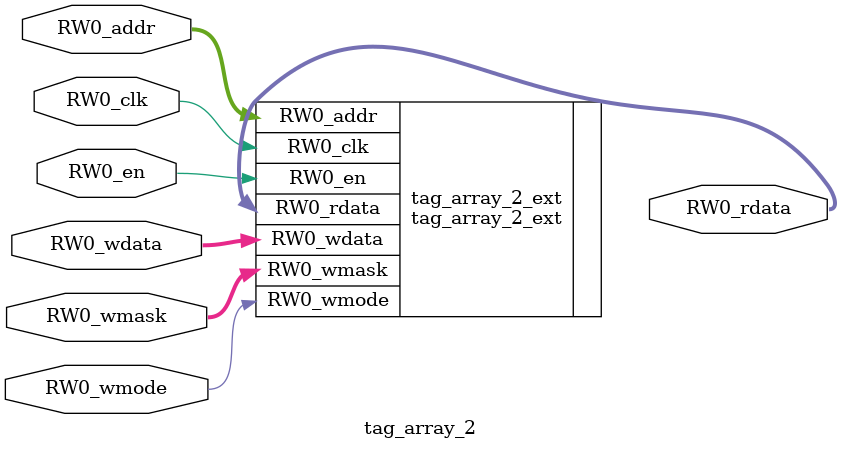
<source format=sv>
`ifndef RANDOMIZE
  `ifdef RANDOMIZE_REG_INIT
    `define RANDOMIZE
  `endif // RANDOMIZE_REG_INIT
`endif // not def RANDOMIZE
`ifndef RANDOMIZE
  `ifdef RANDOMIZE_MEM_INIT
    `define RANDOMIZE
  `endif // RANDOMIZE_MEM_INIT
`endif // not def RANDOMIZE

`ifndef RANDOM
  `define RANDOM $random
`endif // not def RANDOM

// Users can define 'PRINTF_COND' to add an extra gate to prints.
`ifndef PRINTF_COND_
  `ifdef PRINTF_COND
    `define PRINTF_COND_ (`PRINTF_COND)
  `else  // PRINTF_COND
    `define PRINTF_COND_ 1
  `endif // PRINTF_COND
`endif // not def PRINTF_COND_

// Users can define 'ASSERT_VERBOSE_COND' to add an extra gate to assert error printing.
`ifndef ASSERT_VERBOSE_COND_
  `ifdef ASSERT_VERBOSE_COND
    `define ASSERT_VERBOSE_COND_ (`ASSERT_VERBOSE_COND)
  `else  // ASSERT_VERBOSE_COND
    `define ASSERT_VERBOSE_COND_ 1
  `endif // ASSERT_VERBOSE_COND
`endif // not def ASSERT_VERBOSE_COND_

// Users can define 'STOP_COND' to add an extra gate to stop conditions.
`ifndef STOP_COND_
  `ifdef STOP_COND
    `define STOP_COND_ (`STOP_COND)
  `else  // STOP_COND
    `define STOP_COND_ 1
  `endif // STOP_COND
`endif // not def STOP_COND_

// Users can define INIT_RANDOM as general code that gets injected into the
// initializer block for modules with registers.
`ifndef INIT_RANDOM
  `define INIT_RANDOM
`endif // not def INIT_RANDOM

// If using random initialization, you can also define RANDOMIZE_DELAY to
// customize the delay used, otherwise 0.002 is used.
`ifndef RANDOMIZE_DELAY
  `define RANDOMIZE_DELAY 0.002
`endif // not def RANDOMIZE_DELAY

// Define INIT_RANDOM_PROLOG_ for use in our modules below.
`ifndef INIT_RANDOM_PROLOG_
  `ifdef RANDOMIZE
    `ifdef VERILATOR
      `define INIT_RANDOM_PROLOG_ `INIT_RANDOM
    `else  // VERILATOR
      `define INIT_RANDOM_PROLOG_ `INIT_RANDOM #`RANDOMIZE_DELAY begin end
    `endif // VERILATOR
  `else  // RANDOMIZE
    `define INIT_RANDOM_PROLOG_
  `endif // RANDOMIZE
`endif // not def INIT_RANDOM_PROLOG_

module tag_array_2(	// @[DescribedSRAM.scala:17:26]
  input  [5:0]  RW0_addr,
  input         RW0_en,
                RW0_clk,
                RW0_wmode,
  input  [83:0] RW0_wdata,
  input  [3:0]  RW0_wmask,
  output [83:0] RW0_rdata
);

  tag_array_2_ext tag_array_2_ext (	// @[DescribedSRAM.scala:17:26]
    .RW0_addr  (RW0_addr),
    .RW0_en    (RW0_en),
    .RW0_clk   (RW0_clk),
    .RW0_wmode (RW0_wmode),
    .RW0_wdata (RW0_wdata),
    .RW0_wmask (RW0_wmask),
    .RW0_rdata (RW0_rdata)
  );
endmodule


</source>
